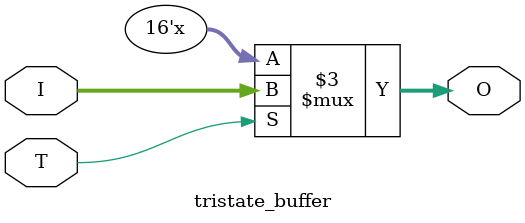
<source format=v>
module tristate_buffer(T, I, O);
  input T;
  input [15:0] I; 
  output [15:0] O; 
  reg [15:0] O; 
 
  always @(T or I) 
    begin 
      if (T) 
        O <= I; 
      else 
        O <= 16'bzzzzzzzzzzzzzzzz; 
    end 
endmodule 


</source>
